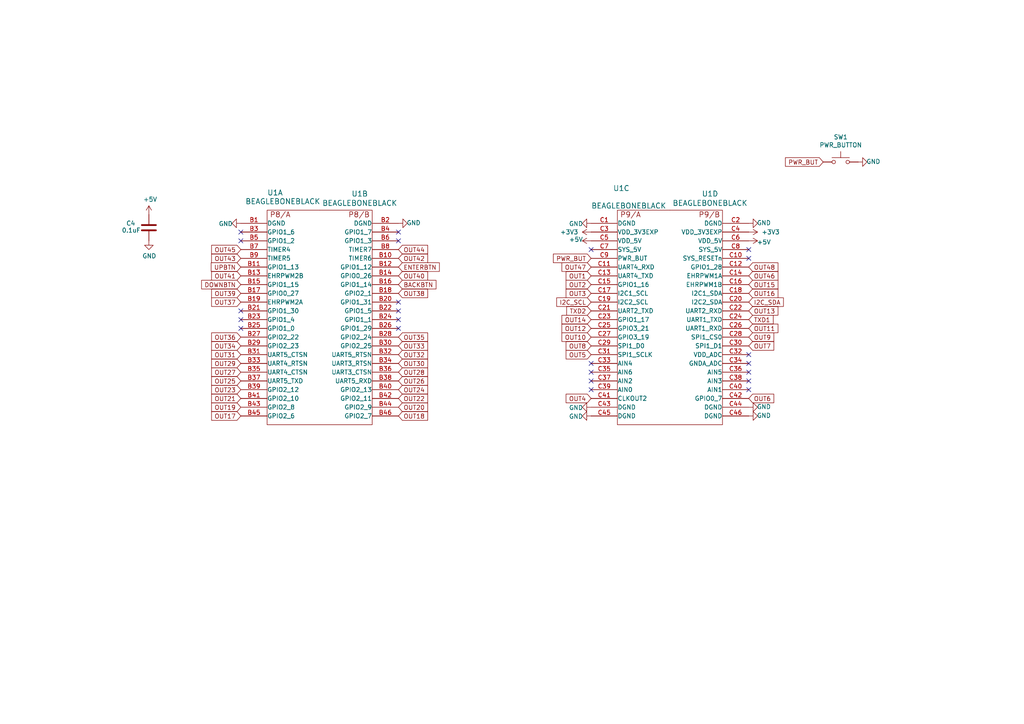
<source format=kicad_sch>
(kicad_sch (version 20211123) (generator eeschema)
  (paper "A4")
  (title_block (title "BBB 16 Expansion") (date "2022-03-11") (rev "v1") (company "Scott Hanson"))
  (lib_symbols
    (symbol "Device:C" (pin_numbers hide) (pin_names (offset 0.254))
      (property "Reference" "C" (at 0.635 2.54 0))
      (property "Value" "C" (at 0.635 -2.54 0))
      (symbol "C_0_1"
        (polyline (pts (xy -2.032 -0.762) (xy 2.032 -0.762)) (stroke (width 0.508)))
        (polyline (pts (xy -2.032 0.762) (xy 2.032 0.762)) (stroke (width 0.508)))
      )
      (symbol "C_1_1"
        (pin passive line (at 0 3.81 270) (length 2.794) (name "~") (number "1"))
        (pin passive line (at 0 -3.81 90) (length 2.794) (name "~") (number "2"))
      )
    )
    (symbol "Switch:SW_Push" (pin_numbers hide) (pin_names (offset 1.016) hide)
      (property "Reference" "SW" (at 1.27 2.54 0))
      (property "Value" "SW_Push" (at 0 -1.524 0))
      (symbol "SW_Push_0_1"
        (circle (center -2.032 0) (radius 0.508))
        (polyline (pts (xy 0 1.27) (xy 0 3.048)))
        (polyline (pts (xy 2.54 1.27) (xy -2.54 1.27)))
        (circle (center 2.032 0) (radius 0.508))
        (pin passive line (at -5.08 0 0) (length 2.54) (name "1") (number "1"))
        (pin passive line (at 5.08 0 180) (length 2.54) (name "2") (number "2"))
      )
    )
    (symbol "beagleboneblack:BEAGLEBONEBLACK" (pin_names (offset 0.0254))
      (property "Reference" "U" (at -3.81 31.75 0))
      (property "Value" "beagleboneblack_BEAGLEBONEBLACK" (at 1.27 -33.02 0))
      (symbol "BEAGLEBONEBLACK_0_1"
        (polyline (pts (xy 8.89 30.48) (xy -6.35 30.48) (xy -6.35 -31.75) (xy 8.89 -31.75)))
      )
      (symbol "BEAGLEBONEBLACK_1_1"
        (text "P8/A" (at -2.54 29.21 0) (effects (font (size 1.524 1.524))))
        (pin power_out line (at -13.97 26.67 0) (length 7.62) (name "DGND") (number "B1"))
        (pin bidirectional line (at -13.97 13.97 0) (length 7.62) (name "GPIO1_13") (number "B11"))
        (pin bidirectional line (at -13.97 11.43 0) (length 7.62) (name "EHRPWM2B") (number "B13"))
        (pin bidirectional line (at -13.97 8.89 0) (length 7.62) (name "GPIO1_15") (number "B15"))
        (pin bidirectional line (at -13.97 6.35 0) (length 7.62) (name "GPIO0_27") (number "B17"))
        (pin bidirectional line (at -13.97 3.81 0) (length 7.62) (name "EHRPWM2A") (number "B19"))
        (pin bidirectional line (at -13.97 1.27 0) (length 7.62) (name "GPIO1_30") (number "B21"))
        (pin bidirectional line (at -13.97 -1.27 0) (length 7.62) (name "GPIO1_4") (number "B23"))
        (pin bidirectional line (at -13.97 -3.81 0) (length 7.62) (name "GPIO1_0") (number "B25"))
        (pin bidirectional line (at -13.97 -6.35 0) (length 7.62) (name "GPIO2_22") (number "B27"))
        (pin bidirectional line (at -13.97 -8.89 0) (length 7.62) (name "GPIO2_23") (number "B29"))
        (pin bidirectional line (at -13.97 24.13 0) (length 7.62) (name "GPIO1_6") (number "B3"))
        (pin bidirectional line (at -13.97 -11.43 0) (length 7.62) (name "UART5_CTSN") (number "B31"))
        (pin bidirectional line (at -13.97 -13.97 0) (length 7.62) (name "UART4_RTSN") (number "B33"))
        (pin bidirectional line (at -13.97 -16.51 0) (length 7.62) (name "UART4_CTSN") (number "B35"))
        (pin bidirectional line (at -13.97 -19.05 0) (length 7.62) (name "UART5_TXD") (number "B37"))
        (pin bidirectional line (at -13.97 -21.59 0) (length 7.62) (name "GPIO2_12") (number "B39"))
        (pin bidirectional line (at -13.97 -24.13 0) (length 7.62) (name "GPIO2_10") (number "B41"))
        (pin bidirectional line (at -13.97 -26.67 0) (length 7.62) (name "GPIO2_8") (number "B43"))
        (pin bidirectional line (at -13.97 -29.21 0) (length 7.62) (name "GPIO2_6") (number "B45"))
        (pin bidirectional line (at -13.97 21.59 0) (length 7.62) (name "GPIO1_2") (number "B5"))
        (pin bidirectional line (at -13.97 19.05 0) (length 7.62) (name "TIMER4") (number "B7"))
        (pin bidirectional line (at -13.97 16.51 0) (length 7.62) (name "TIMER5") (number "B9"))
      )
      (symbol "BEAGLEBONEBLACK_2_1"
        (text "P8/B" (at -2.54 29.21 0) (effects (font (size 1.524 1.524))))
        (pin bidirectional line (at -13.97 16.51 0) (length 7.62) (name "TIMER6") (number "B10"))
        (pin bidirectional line (at -13.97 13.97 0) (length 7.62) (name "GPIO1_12") (number "B12"))
        (pin bidirectional line (at -13.97 11.43 0) (length 7.62) (name "GPIO0_26") (number "B14"))
        (pin bidirectional line (at -13.97 8.89 0) (length 7.62) (name "GPIO1_14") (number "B16"))
        (pin bidirectional line (at -13.97 6.35 0) (length 7.62) (name "GPIO2_1") (number "B18"))
        (pin power_out line (at -13.97 26.67 0) (length 7.62) (name "DGND") (number "B2"))
        (pin bidirectional line (at -13.97 3.81 0) (length 7.62) (name "GPIO1_31") (number "B20"))
        (pin bidirectional line (at -13.97 1.27 0) (length 7.62) (name "GPIO1_5") (number "B22"))
        (pin bidirectional line (at -13.97 -1.27 0) (length 7.62) (name "GPIO1_1") (number "B24"))
        (pin bidirectional line (at -13.97 -3.81 0) (length 7.62) (name "GPIO1_29") (number "B26"))
        (pin bidirectional line (at -13.97 -6.35 0) (length 7.62) (name "GPIO2_24") (number "B28"))
        (pin bidirectional line (at -13.97 -8.89 0) (length 7.62) (name "GPIO2_25") (number "B30"))
        (pin bidirectional line (at -13.97 -11.43 0) (length 7.62) (name "UART5_RTSN") (number "B32"))
        (pin bidirectional line (at -13.97 -13.97 0) (length 7.62) (name "UART3_RTSN") (number "B34"))
        (pin bidirectional line (at -13.97 -16.51 0) (length 7.62) (name "UART3_CTSN") (number "B36"))
        (pin bidirectional line (at -13.97 -19.05 0) (length 7.62) (name "UART5_RXD") (number "B38"))
        (pin power_out line (at -13.97 24.13 0) (length 7.62) (name "GPIO1_7") (number "B4"))
        (pin bidirectional line (at -13.97 -21.59 0) (length 7.62) (name "GPIO2_13") (number "B40"))
        (pin bidirectional line (at -13.97 -24.13 0) (length 7.62) (name "GPIO2_11") (number "B42"))
        (pin bidirectional line (at -13.97 -26.67 0) (length 7.62) (name "GPIO2_9") (number "B44"))
        (pin bidirectional line (at -13.97 -29.21 0) (length 7.62) (name "GPIO2_7") (number "B46"))
        (pin power_out line (at -13.97 21.59 0) (length 7.62) (name "GPIO1_3") (number "B6"))
        (pin bidirectional line (at -13.97 19.05 0) (length 7.62) (name "TIMER7") (number "B8"))
      )
      (symbol "BEAGLEBONEBLACK_3_1"
        (text "P9/A" (at -2.54 29.21 0) (effects (font (size 1.524 1.524))))
        (pin power_in line (at -13.97 26.67 0) (length 7.62) (name "DGND") (number "C1"))
        (pin bidirectional line (at -13.97 13.97 0) (length 7.62) (name "UART4_RXD") (number "C11"))
        (pin bidirectional line (at -13.97 11.43 0) (length 7.62) (name "UART4_TXD") (number "C13"))
        (pin bidirectional line (at -13.97 8.89 0) (length 7.62) (name "GPIO1_16") (number "C15"))
        (pin bidirectional line (at -13.97 6.35 0) (length 7.62) (name "I2C1_SCL") (number "C17"))
        (pin bidirectional line (at -13.97 3.81 0) (length 7.62) (name "I2C2_SCL") (number "C19"))
        (pin bidirectional line (at -13.97 1.27 0) (length 7.62) (name "UART2_TXD") (number "C21"))
        (pin bidirectional line (at -13.97 -1.27 0) (length 7.62) (name "GPIO1_17") (number "C23"))
        (pin bidirectional line (at -13.97 -3.81 0) (length 7.62) (name "GPIO3_21") (number "C25"))
        (pin bidirectional line (at -13.97 -6.35 0) (length 7.62) (name "GPIO3_19") (number "C27"))
        (pin bidirectional line (at -13.97 -8.89 0) (length 7.62) (name "SPI1_D0") (number "C29"))
        (pin power_out line (at -13.97 24.13 0) (length 7.62) (name "VDD_3V3EXP") (number "C3"))
        (pin bidirectional line (at -13.97 -11.43 0) (length 7.62) (name "SPI1_SCLK") (number "C31"))
        (pin bidirectional line (at -13.97 -13.97 0) (length 7.62) (name "AIN4") (number "C33"))
        (pin bidirectional line (at -13.97 -16.51 0) (length 7.62) (name "AIN6") (number "C35"))
        (pin bidirectional line (at -13.97 -19.05 0) (length 7.62) (name "AIN2") (number "C37"))
        (pin bidirectional line (at -13.97 -21.59 0) (length 7.62) (name "AIN0") (number "C39"))
        (pin bidirectional line (at -13.97 -24.13 0) (length 7.62) (name "CLKOUT2") (number "C41"))
        (pin bidirectional line (at -13.97 -26.67 0) (length 7.62) (name "DGND") (number "C43"))
        (pin bidirectional line (at -13.97 -29.21 0) (length 7.62) (name "DGND") (number "C45"))
        (pin power_out line (at -13.97 21.59 0) (length 7.62) (name "VDD_5V") (number "C5"))
        (pin bidirectional line (at -13.97 19.05 0) (length 7.62) (name "SYS_5V") (number "C7"))
        (pin bidirectional line (at -13.97 16.51 0) (length 7.62) (name "PWR_BUT") (number "C9"))
      )
      (symbol "BEAGLEBONEBLACK_4_1"
        (text "P9/B" (at -2.54 29.21 0) (effects (font (size 1.524 1.524))))
        (pin bidirectional line (at -13.97 16.51 0) (length 7.62) (name "SYS_RESETn") (number "C10"))
        (pin bidirectional line (at -13.97 13.97 0) (length 7.62) (name "GPIO1_28") (number "C12"))
        (pin bidirectional line (at -13.97 11.43 0) (length 7.62) (name "EHRPWM1A") (number "C14"))
        (pin bidirectional line (at -13.97 8.89 0) (length 7.62) (name "EHRPWM1B") (number "C16"))
        (pin bidirectional line (at -13.97 6.35 0) (length 7.62) (name "I2C1_SDA") (number "C18"))
        (pin power_in line (at -13.97 26.67 0) (length 7.62) (name "DGND") (number "C2"))
        (pin bidirectional line (at -13.97 3.81 0) (length 7.62) (name "I2C2_SDA") (number "C20"))
        (pin bidirectional line (at -13.97 1.27 0) (length 7.62) (name "UART2_RXD") (number "C22"))
        (pin bidirectional line (at -13.97 -1.27 0) (length 7.62) (name "UART1_TXD") (number "C24"))
        (pin bidirectional line (at -13.97 -3.81 0) (length 7.62) (name "UART1_RXD") (number "C26"))
        (pin bidirectional line (at -13.97 -6.35 0) (length 7.62) (name "SPI1_CS0") (number "C28"))
        (pin bidirectional line (at -13.97 -8.89 0) (length 7.62) (name "SPI1_D1") (number "C30"))
        (pin power_out line (at -13.97 -11.43 0) (length 7.62) (name "VDD_ADC") (number "C32"))
        (pin power_out line (at -13.97 -13.97 0) (length 7.62) (name "GNDA_ADC") (number "C34"))
        (pin bidirectional line (at -13.97 -16.51 0) (length 7.62) (name "AIN5") (number "C36"))
        (pin bidirectional line (at -13.97 -19.05 0) (length 7.62) (name "AIN3") (number "C38"))
        (pin power_out line (at -13.97 24.13 0) (length 7.62) (name "VDD_3V3EXP") (number "C4"))
        (pin bidirectional line (at -13.97 -21.59 0) (length 7.62) (name "AIN1") (number "C40"))
        (pin power_out line (at -13.97 -24.13 0) (length 7.62) (name "GPIO0_7") (number "C42"))
        (pin bidirectional line (at -13.97 -26.67 0) (length 7.62) (name "DGND") (number "C44"))
        (pin bidirectional line (at -13.97 -29.21 0) (length 7.62) (name "DGND") (number "C46"))
        (pin power_out line (at -13.97 21.59 0) (length 7.62) (name "VDD_5V") (number "C6"))
        (pin bidirectional line (at -13.97 19.05 0) (length 7.62) (name "SYS_5V") (number "C8"))
      )
    )
    (symbol "power:+3.3V" (power) (pin_names (offset 0))
      (property "Value" "+3.3V" (at 0 3.556 0))
      (symbol "+3.3V_0_1"
        (polyline (pts (xy -0.762 1.27) (xy 0 2.54)))
        (polyline (pts (xy 0 0) (xy 0 2.54)))
        (polyline (pts (xy 0 2.54) (xy 0.762 1.27)))
      )
      (symbol "+3.3V_1_1"
        (pin power_in line (at 0 0 90) (length 0) hide (name "+3V3") (number "1"))
      )
    )
    (symbol "power:+5V" (power) (pin_names (offset 0))
      (property "Value" "+5V" (at 0 3.556 0))
      (symbol "+5V_0_1"
        (polyline (pts (xy -0.762 1.27) (xy 0 2.54)))
        (polyline (pts (xy 0 0) (xy 0 2.54)))
        (polyline (pts (xy 0 2.54) (xy 0.762 1.27)))
      )
      (symbol "+5V_1_1"
        (pin power_in line (at 0 0 90) (length 0) hide (name "+5V") (number "1"))
      )
    )
    (symbol "power:GND" (power) (pin_names (offset 0))
      (property "Value" "GND" (at 0 -3.81 0))
      (symbol "GND_0_1"
        (polyline (pts (xy 0 0) (xy 0 -1.27) (xy 1.27 -1.27) (xy 0 -2.54) (xy -1.27 -1.27) (xy 0 -1.27)))
      )
      (symbol "GND_1_1"
        (pin power_in line (at 0 0 270) (length 0) hide (name "GND") (number "1"))
      )
    )
  )
  (no_connect (at 115.57 95.25))
  (no_connect (at 69.85 67.31))
  (no_connect (at 171.45 110.49))
  (no_connect (at 217.17 74.93))
  (no_connect (at 171.45 105.41))
  (no_connect (at 115.57 90.17))
  (no_connect (at 115.57 87.63))
  (no_connect (at 115.57 67.31))
  (no_connect (at 115.57 92.71))
  (no_connect (at 217.17 107.95))
  (no_connect (at 69.85 92.71))
  (no_connect (at 171.45 72.39))
  (no_connect (at 171.45 107.95))
  (no_connect (at 69.85 90.17))
  (no_connect (at 217.17 105.41))
  (no_connect (at 217.17 72.39))
  (no_connect (at 69.85 69.85))
  (no_connect (at 217.17 102.87))
  (no_connect (at 115.57 69.85))
  (no_connect (at 69.85 95.25))
  (no_connect (at 217.17 110.49))
  (no_connect (at 171.45 113.03))
  (no_connect (at 217.17 113.03))
  (global_label "OUT8" (shape input) (at 171.45 100.33 180) (property "Intersheet References" "${INTERSHEET_REFS}" (effects hide)))
  (global_label "OUT30" (shape input) (at 115.57 105.41 0) (property "Intersheet References" "${INTERSHEET_REFS}" (effects hide)))
  (global_label "OUT10" (shape input) (at 171.45 97.79 180) (property "Intersheet References" "${INTERSHEET_REFS}" (effects hide)))
  (global_label "OUT6" (shape input) (at 217.17 115.57 0) (property "Intersheet References" "${INTERSHEET_REFS}" (effects hide)))
  (global_label "OUT35" (shape input) (at 115.57 97.79 0) (property "Intersheet References" "${INTERSHEET_REFS}" (effects hide)))
  (global_label "OUT12" (shape input) (at 171.45 95.25 180) (property "Intersheet References" "${INTERSHEET_REFS}" (effects hide)))
  (global_label "OUT32" (shape input) (at 115.57 102.87 0) (property "Intersheet References" "${INTERSHEET_REFS}" (effects hide)))
  (global_label "OUT7" (shape input) (at 217.17 100.33 0) (property "Intersheet References" "${INTERSHEET_REFS}" (effects hide)))
  (global_label "PWR_BUT" (shape input) (at 238.76 46.99 180) (property "Intersheet References" "${INTERSHEET_REFS}" (effects hide)))
  (global_label "OUT40" (shape input) (at 115.57 80.01 0) (property "Intersheet References" "${INTERSHEET_REFS}" (effects hide)))
  (global_label "OUT31" (shape input) (at 69.85 102.87 180) (property "Intersheet References" "${INTERSHEET_REFS}" (effects hide)))
  (global_label "OUT3" (shape input) (at 171.45 85.09 180) (property "Intersheet References" "${INTERSHEET_REFS}" (effects hide)))
  (global_label "OUT20" (shape input) (at 115.57 118.11 0) (property "Intersheet References" "${INTERSHEET_REFS}" (effects hide)))
  (global_label "OUT26" (shape input) (at 115.57 110.49 0) (property "Intersheet References" "${INTERSHEET_REFS}" (effects hide)))
  (global_label "OUT16" (shape input) (at 217.17 85.09 0) (property "Intersheet References" "${INTERSHEET_REFS}" (effects hide)))
  (global_label "OUT19" (shape input) (at 69.85 118.11 180) (property "Intersheet References" "${INTERSHEET_REFS}" (effects hide)))
  (global_label "OUT2" (shape input) (at 171.45 82.55 180) (property "Intersheet References" "${INTERSHEET_REFS}" (effects hide)))
  (global_label "PWR_BUT" (shape input) (at 171.45 74.93 180) (property "Intersheet References" "${INTERSHEET_REFS}" (effects hide)))
  (global_label "I2C_SCL" (shape input) (at 171.45 87.63 180) (property "Intersheet References" "${INTERSHEET_REFS}" (effects hide)))
  (global_label "OUT29" (shape input) (at 69.85 105.41 180) (property "Intersheet References" "${INTERSHEET_REFS}" (effects hide)))
  (global_label "OUT28" (shape input) (at 115.57 107.95 0) (property "Intersheet References" "${INTERSHEET_REFS}" (effects hide)))
  (global_label "BACKBTN" (shape input) (at 115.57 82.55 0) (property "Intersheet References" "${INTERSHEET_REFS}" (effects hide)))
  (global_label "OUT21" (shape input) (at 69.85 115.57 180) (property "Intersheet References" "${INTERSHEET_REFS}" (effects hide)))
  (global_label "OUT39" (shape input) (at 69.85 85.09 180) (property "Intersheet References" "${INTERSHEET_REFS}" (effects hide)))
  (global_label "OUT11" (shape input) (at 217.17 95.25 0) (property "Intersheet References" "${INTERSHEET_REFS}" (effects hide)))
  (global_label "TXD1" (shape input) (at 217.17 92.71 0) (property "Intersheet References" "${INTERSHEET_REFS}" (effects hide)))
  (global_label "I2C_SDA" (shape input) (at 217.17 87.63 0) (property "Intersheet References" "${INTERSHEET_REFS}" (effects hide)))
  (global_label "OUT48" (shape input) (at 217.17 77.47 0) (property "Intersheet References" "${INTERSHEET_REFS}" (effects hide)))
  (global_label "UPBTN" (shape input) (at 69.85 77.47 180) (property "Intersheet References" "${INTERSHEET_REFS}" (effects hide)))
  (global_label "OUT25" (shape input) (at 69.85 110.49 180) (property "Intersheet References" "${INTERSHEET_REFS}" (effects hide)))
  (global_label "OUT44" (shape input) (at 115.57 72.39 0) (property "Intersheet References" "${INTERSHEET_REFS}" (effects hide)))
  (global_label "OUT41" (shape input) (at 69.85 80.01 180) (property "Intersheet References" "${INTERSHEET_REFS}" (effects hide)))
  (global_label "OUT22" (shape input) (at 115.57 115.57 0) (property "Intersheet References" "${INTERSHEET_REFS}" (effects hide)))
  (global_label "OUT5" (shape input) (at 171.45 102.87 180) (property "Intersheet References" "${INTERSHEET_REFS}" (effects hide)))
  (global_label "OUT27" (shape input) (at 69.85 107.95 180) (property "Intersheet References" "${INTERSHEET_REFS}" (effects hide)))
  (global_label "OUT34" (shape input) (at 69.85 100.33 180) (property "Intersheet References" "${INTERSHEET_REFS}" (effects hide)))
  (global_label "OUT14" (shape input) (at 171.45 92.71 180) (property "Intersheet References" "${INTERSHEET_REFS}" (effects hide)))
  (global_label "OUT37" (shape input) (at 69.85 87.63 180) (property "Intersheet References" "${INTERSHEET_REFS}" (effects hide)))
  (global_label "OUT23" (shape input) (at 69.85 113.03 180) (property "Intersheet References" "${INTERSHEET_REFS}" (effects hide)))
  (global_label "OUT17" (shape input) (at 69.85 120.65 180) (property "Intersheet References" "${INTERSHEET_REFS}" (effects hide)))
  (global_label "ENTERBTN" (shape input) (at 115.57 77.47 0) (property "Intersheet References" "${INTERSHEET_REFS}" (effects hide)))
  (global_label "OUT47" (shape input) (at 171.45 77.47 180) (property "Intersheet References" "${INTERSHEET_REFS}" (effects hide)))
  (global_label "OUT33" (shape input) (at 115.57 100.33 0) (property "Intersheet References" "${INTERSHEET_REFS}" (effects hide)))
  (global_label "OUT46" (shape input) (at 217.17 80.01 0) (property "Intersheet References" "${INTERSHEET_REFS}" (effects hide)))
  (global_label "OUT13" (shape input) (at 217.17 90.17 0) (property "Intersheet References" "${INTERSHEET_REFS}" (effects hide)))
  (global_label "OUT18" (shape input) (at 115.57 120.65 0) (property "Intersheet References" "${INTERSHEET_REFS}" (effects hide)))
  (global_label "OUT45" (shape input) (at 69.85 72.39 180) (property "Intersheet References" "${INTERSHEET_REFS}" (effects hide)))
  (global_label "OUT43" (shape input) (at 69.85 74.93 180) (property "Intersheet References" "${INTERSHEET_REFS}" (effects hide)))
  (global_label "TXD2" (shape input) (at 171.45 90.17 180) (property "Intersheet References" "${INTERSHEET_REFS}" (effects hide)))
  (global_label "OUT9" (shape input) (at 217.17 97.79 0) (property "Intersheet References" "${INTERSHEET_REFS}" (effects hide)))
  (global_label "OUT42" (shape input) (at 115.57 74.93 0) (property "Intersheet References" "${INTERSHEET_REFS}" (effects hide)))
  (global_label "OUT36" (shape input) (at 69.85 97.79 180) (property "Intersheet References" "${INTERSHEET_REFS}" (effects hide)))
  (global_label "OUT1" (shape input) (at 171.45 80.01 180) (property "Intersheet References" "${INTERSHEET_REFS}" (effects hide)))
  (global_label "OUT4" (shape input) (at 171.45 115.57 180) (property "Intersheet References" "${INTERSHEET_REFS}" (effects hide)))
  (global_label "DOWNBTN" (shape input) (at 69.85 82.55 180) (property "Intersheet References" "${INTERSHEET_REFS}" (effects hide)))
  (global_label "OUT38" (shape input) (at 115.57 85.09 0) (property "Intersheet References" "${INTERSHEET_REFS}" (effects hide)))
  (global_label "OUT24" (shape input) (at 115.57 113.03 0) (property "Intersheet References" "${INTERSHEET_REFS}" (effects hide)))
  (global_label "OUT15" (shape input) (at 217.17 82.55 0) (property "Intersheet References" "${INTERSHEET_REFS}" (effects hide)))
  (symbol (lib_id "Device:C") (at 43.18 66.04 0) (unit 1)
    (property "Reference" "C4" (at 36.576 64.77 0) (effects (justify left)))
    (property "Value" "0.1uF" (at 35.306 66.802 0) (effects (justify left)))
    (property "Footprint" "Capacitor_SMD:C_0603_1608Metric_Pad1.08x0.95mm_HandSolder" (effects hide))
    (property "Digi-Key_PN" "1276-1007-1-ND" (effects hide))
    (property "MPN" "CC0603KRX7R9BB104" (effects hide))
    (property "LCSC" "C14663" (effects hide))
  )
  (symbol (lib_id "power:GND") (at 43.18 69.85 0) (unit 1)
    (property "Reference" "#PWR032" (effects hide))
    (property "Value" "GND" (at 43.307 74.2442 0))
  )
  (symbol (lib_id "power:+5V") (at 43.18 62.23 0) (unit 1)
    (property "Reference" "#PWR034" (effects hide))
    (property "Value" "+5V" (at 43.561 57.8358 0))
  )
  (symbol (lib_id "beagleboneblack:BEAGLEBONEBLACK") (at 83.82 91.44 0) (unit 1)
    (property "Reference" "U1" (at 77.47 55.88 0) (effects (font (size 1.524 1.524)) (justify left)))
    (property "Value" "BEAGLEBONEBLACK" (at 71.12 58.42 0) (effects (font (size 1.524 1.524)) (justify left)))
    (property "Footprint" "beagleboneblack:BEAGLEBONEBLACK" (effects hide))
  )
  (symbol (lib_id "beagleboneblack:BEAGLEBONEBLACK") (at 101.6 91.44 0) (mirror y) (unit 2)
    (property "Reference" "U1" (at 104.3432 56.2102 0) (effects (font (size 1.524 1.524))))
    (property "Value" "BEAGLEBONEBLACK" (at 104.3432 58.9026 0) (effects (font (size 1.524 1.524))))
    (property "Footprint" "beagleboneblack:BEAGLEBONEBLACK" (effects hide))
  )
  (symbol (lib_id "beagleboneblack:BEAGLEBONEBLACK") (at 185.42 91.44 0) (unit 3)
    (property "Reference" "U1" (at 177.8 54.61 0) (effects (font (size 1.524 1.524)) (justify left)))
    (property "Value" "BEAGLEBONEBLACK" (at 171.45 59.69 0) (effects (font (size 1.524 1.524)) (justify left)))
    (property "Footprint" "beagleboneblack:BEAGLEBONEBLACK" (effects hide))
  )
  (symbol (lib_id "beagleboneblack:BEAGLEBONEBLACK") (at 203.2 91.44 0) (mirror y) (unit 4)
    (property "Reference" "U1" (at 205.9432 56.2102 0) (effects (font (size 1.524 1.524))))
    (property "Value" "BEAGLEBONEBLACK" (at 205.9432 58.9026 0) (effects (font (size 1.524 1.524))))
    (property "Footprint" "beagleboneblack:BEAGLEBONEBLACK" (effects hide))
  )
  (symbol (lib_id "power:GND") (at 115.57 64.77 90) (unit 1)
    (property "Reference" "#PWR0113" (effects hide))
    (property "Value" "GND" (at 119.9642 64.643 90))
  )
  (symbol (lib_id "power:GND") (at 69.85 64.77 270) (unit 1)
    (property "Reference" "#PWR0114" (effects hide))
    (property "Value" "GND" (at 65.4558 64.897 90))
  )
  (symbol (lib_id "power:GND") (at 217.17 64.77 90) (unit 1)
    (property "Reference" "#PWR0115" (effects hide))
    (property "Value" "GND" (at 221.5642 64.643 90))
  )
  (symbol (lib_id "power:GND") (at 217.17 120.65 90) (unit 1)
    (property "Reference" "#PWR0116" (effects hide))
    (property "Value" "GND" (at 221.5642 120.523 90))
  )
  (symbol (lib_id "power:GND") (at 217.17 118.11 90) (unit 1)
    (property "Reference" "#PWR0117" (effects hide))
    (property "Value" "GND" (at 221.5642 117.983 90))
  )
  (symbol (lib_id "power:GND") (at 171.45 120.65 270) (unit 1)
    (property "Reference" "#PWR0118" (effects hide))
    (property "Value" "GND" (at 167.0558 120.777 90))
  )
  (symbol (lib_id "power:GND") (at 171.45 118.11 270) (unit 1)
    (property "Reference" "#PWR0119" (effects hide))
    (property "Value" "GND" (at 167.0558 118.237 90))
  )
  (symbol (lib_id "power:GND") (at 171.45 64.77 270) (unit 1)
    (property "Reference" "#PWR0120" (effects hide))
    (property "Value" "GND" (at 167.0558 64.897 90))
  )
  (symbol (lib_id "Switch:SW_Push") (at 243.84 46.99 0) (unit 1)
    (property "Reference" "SW1" (at 243.84 39.751 0))
    (property "Value" "PWR_BUTTON" (at 243.84 42.0624 0))
    (property "Footprint" "Button_Switch_THT:SW_PUSH_6mm" (effects hide))
    (property "Digi-Key_PN" "450-1650-ND" (effects hide))
    (property "MPN" "1825910-6" (effects hide))
    (property "LCSC" "C428628" (effects hide))
  )
  (symbol (lib_id "power:+5V") (at 217.17 69.85 270) (unit 1)
    (property "Reference" "#PWR0123" (effects hide))
    (property "Value" "+5V" (at 221.5642 70.231 90))
  )
  (symbol (lib_id "power:+5V") (at 171.45 69.85 90) (unit 1)
    (property "Reference" "#PWR0121" (effects hide))
    (property "Value" "+5V" (at 167.0558 69.469 90))
  )
  (symbol (lib_id "power:+3.3V") (at 171.45 67.31 90) (unit 1)
    (property "Reference" "#PWR0122" (effects hide))
    (property "Value" "+3.3V" (at 165.1 67.31 90))
  )
  (symbol (lib_id "power:+3.3V") (at 217.17 67.31 270) (unit 1)
    (property "Reference" "#PWR0124" (effects hide))
    (property "Value" "+3.3V" (at 223.52 67.31 90))
  )
  (symbol (lib_id "power:GND") (at 248.92 46.99 90) (unit 1)
    (property "Reference" "#PWR0125" (effects hide))
    (property "Value" "GND" (at 253.3142 46.863 90))
  )
)
</source>
